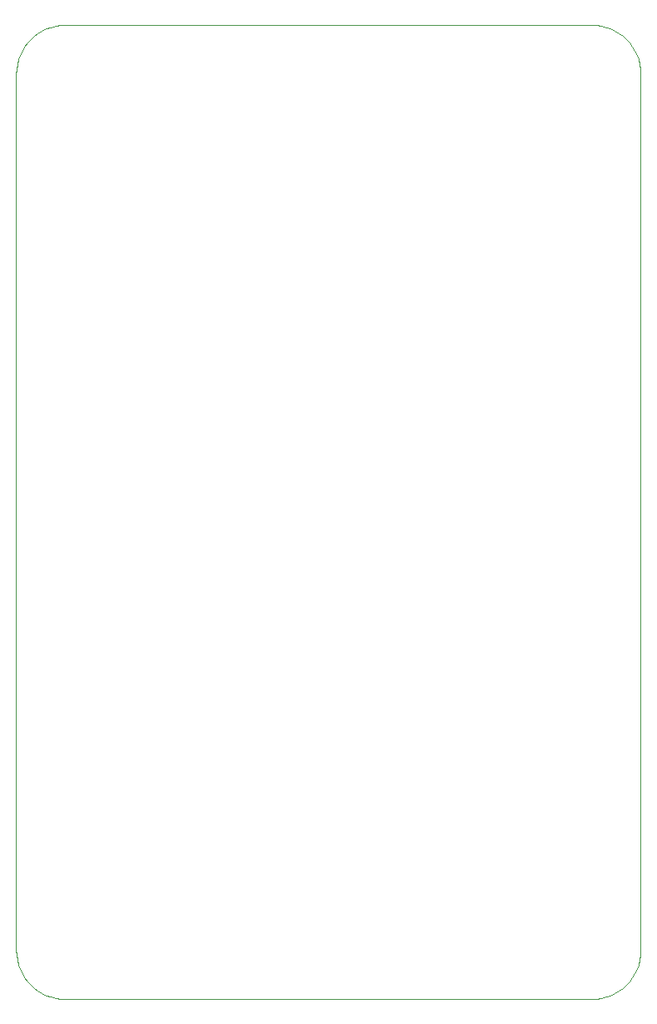
<source format=gbr>
%TF.GenerationSoftware,KiCad,Pcbnew,8.0.1*%
%TF.CreationDate,2024-04-08T18:38:36-05:00*%
%TF.ProjectId,BSidesKC24-L2S,42536964-6573-44b4-9332-342d4c32532e,rev?*%
%TF.SameCoordinates,Original*%
%TF.FileFunction,Profile,NP*%
%FSLAX46Y46*%
G04 Gerber Fmt 4.6, Leading zero omitted, Abs format (unit mm)*
G04 Created by KiCad (PCBNEW 8.0.1) date 2024-04-08 18:38:36*
%MOMM*%
%LPD*%
G01*
G04 APERTURE LIST*
%TA.AperFunction,Profile*%
%ADD10C,0.100000*%
%TD*%
G04 APERTURE END LIST*
D10*
X121822700Y-149018400D02*
X121699600Y-149499600D01*
X120103500Y-55160670D02*
X120459100Y-55483770D01*
X60244900Y-151876700D02*
X59889300Y-151553600D01*
X59278100Y-150812300D02*
X59027500Y-150399000D01*
X121070300Y-150812300D02*
X120782300Y-151198000D01*
X62923300Y-54044487D02*
X63437300Y-54018700D01*
X63437300Y-153018700D02*
X62923300Y-152992900D01*
X58817000Y-149960600D02*
X58648900Y-149499600D01*
X120459100Y-151553600D02*
X120103500Y-151876700D01*
X120103500Y-151876700D02*
X119717800Y-152164800D01*
X61943400Y-54243341D02*
X62424500Y-54120195D01*
X121320900Y-56638440D02*
X121531500Y-57076830D01*
X61044000Y-54622020D02*
X61482400Y-54411443D01*
X121822700Y-58019000D02*
X121898400Y-58517800D01*
X60630700Y-152164800D02*
X60244900Y-151876700D01*
X121070300Y-56225140D02*
X121320900Y-56638440D01*
X61943400Y-152794100D02*
X61482400Y-152626000D01*
X58424200Y-148005600D02*
X58424200Y-59031780D01*
X58648900Y-149499600D02*
X58525700Y-149018400D01*
X117425100Y-54044487D02*
X117923900Y-54120195D01*
X59278100Y-56225140D02*
X59566200Y-55839420D01*
X118866100Y-54411443D02*
X119304500Y-54622020D01*
X63437300Y-54018700D02*
X63437300Y-54018700D01*
X59027500Y-56638440D02*
X59278100Y-56225140D01*
X118405100Y-152794100D02*
X117923900Y-152917200D01*
X119304500Y-54622020D02*
X119717800Y-54872590D01*
X120782300Y-55839420D02*
X121070300Y-56225140D01*
X59889300Y-151553600D02*
X59566200Y-151198000D01*
X121531500Y-149960600D02*
X121320900Y-150399000D01*
X62923300Y-152992900D02*
X62424500Y-152917200D01*
X61482400Y-54411443D02*
X61943400Y-54243341D01*
X117923900Y-152917200D02*
X117425100Y-152992900D01*
X63437300Y-54018700D02*
X116911100Y-54018700D01*
X59027500Y-150399000D02*
X58817000Y-149960600D01*
X117425100Y-152992900D02*
X116911100Y-153018700D01*
X58424200Y-59031780D02*
X58450000Y-58517800D01*
X121320900Y-150399000D02*
X121070300Y-150812300D01*
X61482400Y-152626000D02*
X61044000Y-152415400D01*
X120459100Y-55483770D02*
X120782300Y-55839420D01*
X121924200Y-59031780D02*
X121924200Y-148005600D01*
X60630700Y-54872590D02*
X61044000Y-54622020D01*
X121699600Y-57537850D02*
X121822700Y-58019000D01*
X119717800Y-54872590D02*
X120103500Y-55160670D01*
X58525700Y-149018400D02*
X58450000Y-148519600D01*
X59889300Y-55483770D02*
X60244900Y-55160670D01*
X60244900Y-55160670D02*
X60630700Y-54872590D01*
X58525700Y-58019000D02*
X58648900Y-57537850D01*
X119717800Y-152164800D02*
X119304500Y-152415400D01*
X117923900Y-54120195D02*
X118405100Y-54243341D01*
X58648900Y-57537850D02*
X58817000Y-57076830D01*
X118866100Y-152626000D02*
X118405100Y-152794100D01*
X61044000Y-152415400D02*
X60630700Y-152164800D01*
X121924200Y-148005600D02*
X121898400Y-148519600D01*
X119304500Y-152415400D02*
X118866100Y-152626000D01*
X59566200Y-55839420D02*
X59889300Y-55483770D01*
X120782300Y-151198000D02*
X120459100Y-151553600D01*
X121898400Y-58517800D02*
X121924200Y-59031780D01*
X121898400Y-148519600D02*
X121822700Y-149018400D01*
X62424500Y-152917200D02*
X61943400Y-152794100D01*
X58450000Y-148519600D02*
X58424200Y-148005600D01*
X59566200Y-151198000D02*
X59278100Y-150812300D01*
X58817000Y-57076830D02*
X59027500Y-56638440D01*
X62424500Y-54120195D02*
X62923300Y-54044487D01*
X58450000Y-58517800D02*
X58525700Y-58019000D01*
X116911100Y-153018700D02*
X63437300Y-153018700D01*
X63437300Y-54018700D02*
X63437300Y-54018700D01*
X121531500Y-57076830D02*
X121699600Y-57537850D01*
X118405100Y-54243341D02*
X118866100Y-54411443D01*
X116911100Y-54018700D02*
X117425100Y-54044487D01*
X121699600Y-149499600D02*
X121531500Y-149960600D01*
M02*

</source>
